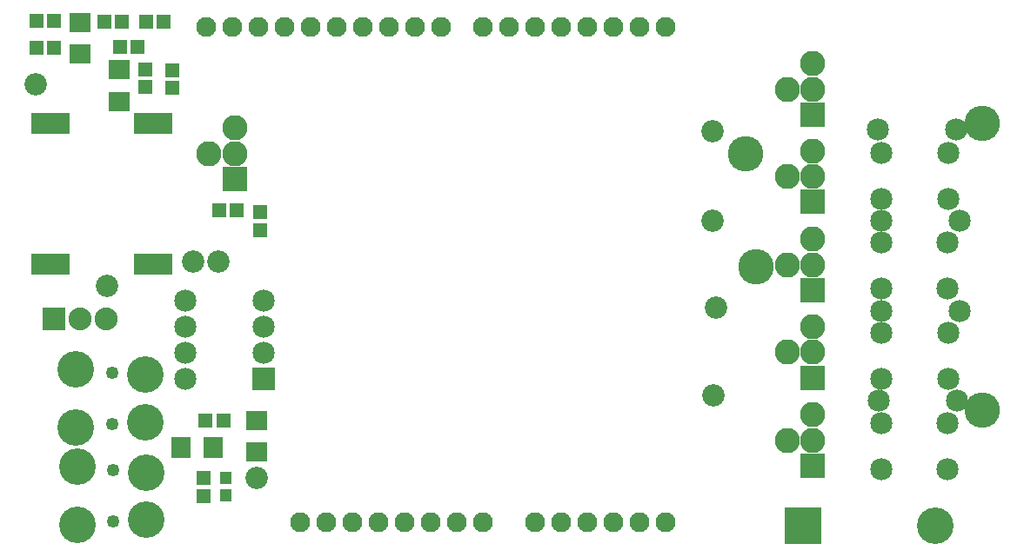
<source format=gts>
G04 MADE WITH FRITZING*
G04 WWW.FRITZING.ORG*
G04 DOUBLE SIDED*
G04 HOLES PLATED*
G04 CONTOUR ON CENTER OF CONTOUR VECTOR*
%ASAXBY*%
%FSLAX23Y23*%
%MOIN*%
%OFA0B0*%
%SFA1.0B1.0*%
%ADD10C,0.085000*%
%ADD11C,0.076194*%
%ADD12C,0.076222*%
%ADD13C,0.139986*%
%ADD14C,0.135972*%
%ADD15C,0.097000*%
%ADD16C,0.088000*%
%ADD17C,0.049361*%
%ADD18C,0.085433*%
%ADD19R,0.084803X0.072992*%
%ADD20R,0.053307X0.057244*%
%ADD21R,0.057244X0.053307*%
%ADD22R,0.140000X0.139986*%
%ADD23R,0.072992X0.084803*%
%ADD24R,0.097000X0.097000*%
%ADD25R,0.088000X0.088000*%
%ADD26R,0.147805X0.080889*%
%ADD27R,0.147833X0.080889*%
%ADD28R,0.085000X0.085000*%
%ADD29C,0.010000*%
%LNMASK1*%
G90*
G70*
G54D10*
X3314Y1617D03*
X3614Y1617D03*
X3329Y1267D03*
X3629Y1267D03*
X3329Y922D03*
X3629Y922D03*
X3319Y578D03*
X3619Y578D03*
G54D11*
X2101Y110D03*
X2201Y110D03*
X2301Y110D03*
X2401Y110D03*
X2501Y110D03*
G54D12*
X1641Y2010D03*
X1541Y2010D03*
X1441Y2010D03*
X1341Y2010D03*
X1241Y2010D03*
X1141Y2010D03*
X1041Y2010D03*
X941Y2010D03*
X841Y2010D03*
X741Y2010D03*
X2501Y2010D03*
X2401Y2010D03*
X2301Y2010D03*
X2201Y2010D03*
X2101Y2010D03*
X2001Y2010D03*
X1901Y2010D03*
X1801Y2010D03*
G54D11*
X1201Y110D03*
X1101Y110D03*
X1301Y110D03*
X1401Y110D03*
X1501Y110D03*
X1601Y110D03*
X1701Y110D03*
X1801Y110D03*
X2001Y110D03*
G54D13*
X3030Y98D03*
X3534Y98D03*
G54D14*
X3715Y1641D03*
X3715Y539D03*
X2849Y1090D03*
X2810Y1523D03*
G54D15*
X851Y1623D03*
X851Y1427D03*
X753Y1525D03*
X851Y1525D03*
G54D16*
X157Y891D03*
X257Y891D03*
X357Y891D03*
G54D15*
X3066Y524D03*
X3066Y327D03*
X2968Y425D03*
X3066Y425D03*
X3065Y861D03*
X3065Y664D03*
X2967Y763D03*
X3065Y763D03*
X3065Y1196D03*
X3065Y1000D03*
X2967Y1098D03*
X3065Y1098D03*
X3065Y1535D03*
X3065Y1339D03*
X2967Y1437D03*
X3065Y1437D03*
X3065Y1870D03*
X3065Y1673D03*
X2967Y1772D03*
X3065Y1772D03*
G54D10*
X3583Y314D03*
X3327Y314D03*
X3583Y491D03*
X3327Y491D03*
X3584Y660D03*
X3329Y660D03*
X3584Y837D03*
X3329Y837D03*
X3583Y1007D03*
X3327Y1007D03*
X3583Y1184D03*
X3327Y1184D03*
X3584Y1350D03*
X3328Y1350D03*
X3584Y1527D03*
X3328Y1527D03*
X961Y662D03*
X661Y662D03*
X961Y762D03*
X661Y762D03*
X961Y862D03*
X661Y862D03*
X961Y962D03*
X661Y962D03*
G54D13*
X243Y473D03*
X243Y698D03*
X509Y495D03*
X509Y676D03*
G54D17*
X381Y684D03*
X381Y487D03*
G54D13*
X248Y99D03*
X248Y324D03*
X513Y121D03*
X513Y302D03*
G54D17*
X385Y310D03*
X385Y113D03*
G54D18*
X88Y1792D03*
X789Y1110D03*
X692Y1110D03*
X363Y1017D03*
X934Y280D03*
X2682Y1609D03*
X2682Y1268D03*
X2696Y934D03*
X2684Y597D03*
G54D19*
X936Y379D03*
X936Y501D03*
G54D20*
X613Y1776D03*
X613Y1843D03*
G54D21*
X792Y1307D03*
X859Y1307D03*
G54D19*
X260Y1906D03*
X260Y2028D03*
X410Y1725D03*
X410Y1847D03*
G54D21*
X419Y2029D03*
X352Y2029D03*
G54D22*
X3030Y98D03*
G54D23*
X646Y397D03*
X768Y397D03*
G54D20*
X950Y1299D03*
X950Y1232D03*
G54D21*
X412Y1935D03*
X479Y1935D03*
G54D20*
X510Y1847D03*
X510Y1781D03*
G54D21*
X159Y2033D03*
X92Y2033D03*
X578Y2030D03*
X511Y2030D03*
X91Y1931D03*
X158Y1931D03*
G54D20*
X732Y279D03*
X732Y212D03*
G54D21*
X807Y500D03*
X740Y500D03*
G54D24*
X851Y1427D03*
G54D25*
X157Y891D03*
G54D26*
X144Y1101D03*
X144Y1640D03*
G54D27*
X538Y1640D03*
X538Y1101D03*
G54D24*
X3066Y327D03*
X3065Y664D03*
X3065Y1000D03*
X3065Y1339D03*
X3065Y1673D03*
G54D28*
X961Y662D03*
G54D29*
G36*
X839Y258D02*
X796Y258D01*
X796Y305D01*
X839Y305D01*
X839Y258D01*
G37*
D02*
G36*
X839Y191D02*
X796Y191D01*
X796Y238D01*
X839Y238D01*
X839Y191D01*
G37*
D02*
G04 End of Mask1*
M02*
</source>
